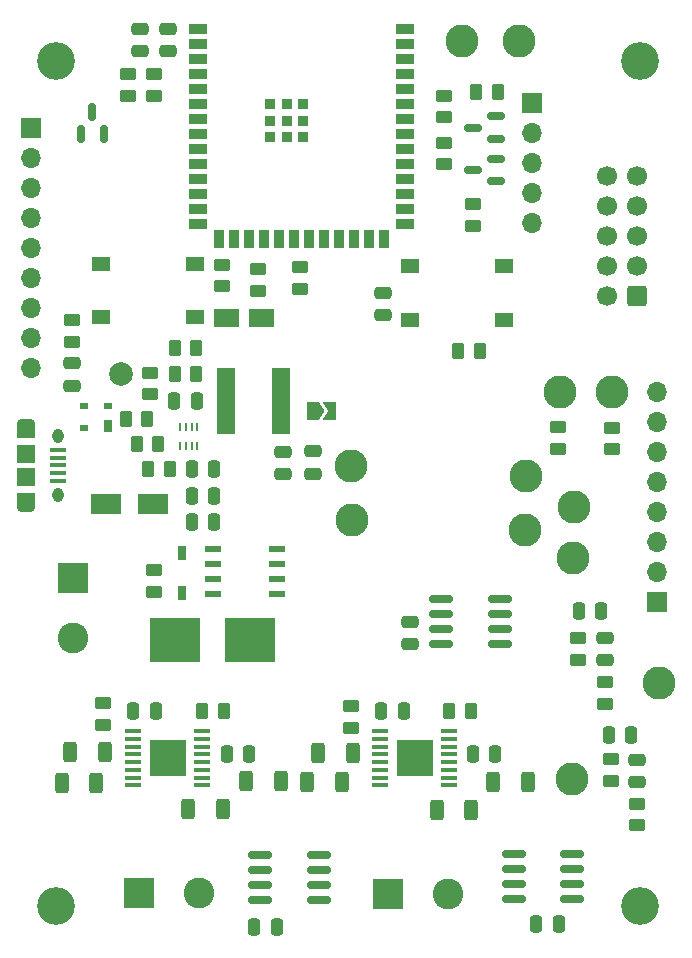
<source format=gts>
G04 #@! TF.GenerationSoftware,KiCad,Pcbnew,6.0.9-1.fc35*
G04 #@! TF.CreationDate,2023-07-15T13:58:04-04:00*
G04 #@! TF.ProjectId,esp32_example,65737033-325f-4657-9861-6d706c652e6b,rev?*
G04 #@! TF.SameCoordinates,Original*
G04 #@! TF.FileFunction,Soldermask,Top*
G04 #@! TF.FilePolarity,Negative*
%FSLAX46Y46*%
G04 Gerber Fmt 4.6, Leading zero omitted, Abs format (unit mm)*
G04 Created by KiCad (PCBNEW 6.0.9-1.fc35) date 2023-07-15 13:58:04*
%MOMM*%
%LPD*%
G01*
G04 APERTURE LIST*
G04 Aperture macros list*
%AMRoundRect*
0 Rectangle with rounded corners*
0 $1 Rounding radius*
0 $2 $3 $4 $5 $6 $7 $8 $9 X,Y pos of 4 corners*
0 Add a 4 corners polygon primitive as box body*
4,1,4,$2,$3,$4,$5,$6,$7,$8,$9,$2,$3,0*
0 Add four circle primitives for the rounded corners*
1,1,$1+$1,$2,$3*
1,1,$1+$1,$4,$5*
1,1,$1+$1,$6,$7*
1,1,$1+$1,$8,$9*
0 Add four rect primitives between the rounded corners*
20,1,$1+$1,$2,$3,$4,$5,0*
20,1,$1+$1,$4,$5,$6,$7,0*
20,1,$1+$1,$6,$7,$8,$9,0*
20,1,$1+$1,$8,$9,$2,$3,0*%
%AMFreePoly0*
4,1,6,1.000000,0.000000,0.500000,-0.750000,-0.500000,-0.750000,-0.500000,0.750000,0.500000,0.750000,1.000000,0.000000,1.000000,0.000000,$1*%
%AMFreePoly1*
4,1,6,0.500000,-0.750000,-0.650000,-0.750000,-0.150000,0.000000,-0.650000,0.750000,0.500000,0.750000,0.500000,-0.750000,0.500000,-0.750000,$1*%
G04 Aperture macros list end*
%ADD10RoundRect,0.150000X-0.825000X-0.150000X0.825000X-0.150000X0.825000X0.150000X-0.825000X0.150000X0*%
%ADD11RoundRect,0.250000X-0.250000X-0.475000X0.250000X-0.475000X0.250000X0.475000X-0.250000X0.475000X0*%
%ADD12RoundRect,0.250000X0.262500X0.450000X-0.262500X0.450000X-0.262500X-0.450000X0.262500X-0.450000X0*%
%ADD13R,2.500000X1.800000*%
%ADD14C,2.800000*%
%ADD15RoundRect,0.150000X0.150000X-0.587500X0.150000X0.587500X-0.150000X0.587500X-0.150000X-0.587500X0*%
%ADD16RoundRect,0.250000X0.450000X-0.262500X0.450000X0.262500X-0.450000X0.262500X-0.450000X-0.262500X0*%
%ADD17RoundRect,0.250000X-0.475000X0.250000X-0.475000X-0.250000X0.475000X-0.250000X0.475000X0.250000X0*%
%ADD18RoundRect,0.250000X-0.262500X-0.450000X0.262500X-0.450000X0.262500X0.450000X-0.262500X0.450000X0*%
%ADD19RoundRect,0.250000X-0.450000X0.262500X-0.450000X-0.262500X0.450000X-0.262500X0.450000X0.262500X0*%
%ADD20R,1.700000X1.700000*%
%ADD21O,1.700000X1.700000*%
%ADD22RoundRect,0.250000X0.250000X0.475000X-0.250000X0.475000X-0.250000X-0.475000X0.250000X-0.475000X0*%
%ADD23C,2.000000*%
%ADD24R,0.762000X1.219200*%
%ADD25R,1.498600X0.889000*%
%ADD26R,0.889000X1.498600*%
%ADD27R,0.889000X0.889000*%
%ADD28RoundRect,0.250000X0.312500X0.625000X-0.312500X0.625000X-0.312500X-0.625000X0.312500X-0.625000X0*%
%ADD29FreePoly0,0.000000*%
%ADD30FreePoly1,0.000000*%
%ADD31RoundRect,0.250000X-0.312500X-0.625000X0.312500X-0.625000X0.312500X0.625000X-0.312500X0.625000X0*%
%ADD32RoundRect,0.250000X0.475000X-0.250000X0.475000X0.250000X-0.475000X0.250000X-0.475000X-0.250000X0*%
%ADD33R,1.460500X0.558800*%
%ADD34R,1.358900X0.355600*%
%ADD35R,3.098800X3.098800*%
%ADD36R,1.500000X1.500000*%
%ADD37FreePoly0,180.000000*%
%ADD38R,0.700000X1.000000*%
%ADD39R,0.700000X0.600000*%
%ADD40R,0.228600X0.711200*%
%ADD41RoundRect,0.150000X0.587500X0.150000X-0.587500X0.150000X-0.587500X-0.150000X0.587500X-0.150000X0*%
%ADD42C,3.200000*%
%ADD43R,2.600000X2.600000*%
%ADD44C,2.600000*%
%ADD45R,1.350000X0.400000*%
%ADD46O,0.950000X1.250000*%
%ADD47O,1.550000X0.890000*%
%ADD48R,1.550000X1.500000*%
%ADD49R,1.550000X1.200000*%
%ADD50R,1.600000X5.700000*%
%ADD51R,1.550000X1.300000*%
%ADD52RoundRect,0.150000X0.825000X0.150000X-0.825000X0.150000X-0.825000X-0.150000X0.825000X-0.150000X0*%
%ADD53RoundRect,0.250000X0.600000X0.600000X-0.600000X0.600000X-0.600000X-0.600000X0.600000X-0.600000X0*%
%ADD54C,1.700000*%
%ADD55R,4.240000X3.810000*%
G04 APERTURE END LIST*
D10*
X160275000Y-158095000D03*
X160275000Y-159365000D03*
X160275000Y-160635000D03*
X160275000Y-161905000D03*
X165225000Y-161905000D03*
X165225000Y-160635000D03*
X165225000Y-159365000D03*
X165225000Y-158095000D03*
D11*
X133000000Y-130000000D03*
X134900000Y-130000000D03*
D12*
X157412500Y-115500000D03*
X155587500Y-115500000D03*
D13*
X129750000Y-128500000D03*
X125750000Y-128500000D03*
D11*
X156800000Y-149650000D03*
X158700000Y-149650000D03*
D14*
X161300000Y-126100000D03*
D15*
X123650000Y-97137500D03*
X125550000Y-97137500D03*
X124600000Y-95262500D03*
D16*
X146500000Y-147412500D03*
X146500000Y-145587500D03*
D12*
X158912500Y-93600000D03*
X157087500Y-93600000D03*
D16*
X154400000Y-95712500D03*
X154400000Y-93887500D03*
D11*
X149050000Y-146000000D03*
X150950000Y-146000000D03*
D17*
X149200000Y-110575000D03*
X149200000Y-112475000D03*
D18*
X131587500Y-117500000D03*
X133412500Y-117500000D03*
D14*
X160730000Y-89290000D03*
D12*
X131162500Y-125500000D03*
X129337500Y-125500000D03*
D16*
X168620000Y-123822500D03*
X168620000Y-121997500D03*
D19*
X156800000Y-103087500D03*
X156800000Y-104912500D03*
D11*
X133000000Y-127750000D03*
X134900000Y-127750000D03*
D20*
X119400000Y-96600000D03*
D21*
X119400000Y-99140000D03*
X119400000Y-101680000D03*
X119400000Y-104220000D03*
X119400000Y-106760000D03*
X119400000Y-109300000D03*
X119400000Y-111840000D03*
X119400000Y-114380000D03*
X119400000Y-116920000D03*
D22*
X164100000Y-164000000D03*
X162200000Y-164000000D03*
D16*
X165740000Y-141652500D03*
X165740000Y-139827500D03*
D23*
X127000000Y-117450000D03*
D11*
X168300000Y-148000000D03*
X170200000Y-148000000D03*
X128050000Y-146000000D03*
X129950000Y-146000000D03*
D16*
X127600000Y-93912500D03*
X127600000Y-92087500D03*
D10*
X138800000Y-158210000D03*
X138800000Y-159480000D03*
X138800000Y-160750000D03*
X138800000Y-162020000D03*
X143750000Y-162020000D03*
X143750000Y-160750000D03*
X143750000Y-159480000D03*
X143750000Y-158210000D03*
D14*
X168555000Y-118995000D03*
D24*
X132200000Y-132623600D03*
X132200000Y-135976400D03*
D25*
X133550000Y-88290000D03*
X133550000Y-89560000D03*
X133550000Y-90830000D03*
X133550000Y-92100000D03*
X133550000Y-93370000D03*
X133550000Y-94640000D03*
X133550000Y-95910000D03*
X133550000Y-97180000D03*
X133550000Y-98450000D03*
X133550000Y-99720000D03*
X133550000Y-100990000D03*
X133550000Y-102260000D03*
X133550000Y-103530000D03*
X133550000Y-104800000D03*
D26*
X135315000Y-106050000D03*
X136585000Y-106050000D03*
X137855000Y-106050000D03*
X139125000Y-106050000D03*
X140395000Y-106050000D03*
X141665000Y-106050000D03*
X142935000Y-106050000D03*
X144205000Y-106050000D03*
X145475000Y-106050000D03*
X146745000Y-106050000D03*
X148015000Y-106050000D03*
X149285000Y-106050000D03*
D25*
X151050000Y-104800000D03*
X151050000Y-103530000D03*
X151050000Y-102260000D03*
X151050000Y-100990000D03*
X151050000Y-99720000D03*
X151050000Y-98450000D03*
X151050000Y-97180000D03*
X151050000Y-95910000D03*
X151050000Y-94640000D03*
X151050000Y-93370000D03*
X151050000Y-92100000D03*
X151050000Y-90830000D03*
X151050000Y-89560000D03*
X151050000Y-88290000D03*
D27*
X141050000Y-96010000D03*
X141050000Y-94610000D03*
X139650000Y-94610000D03*
X139650000Y-96010000D03*
X139650000Y-97410000D03*
X141050000Y-97410000D03*
X142450000Y-97410000D03*
X142450000Y-96010000D03*
X142450000Y-94610000D03*
D28*
X125651372Y-149450000D03*
X122726372Y-149450000D03*
D19*
X129800000Y-92087500D03*
X129800000Y-93912500D03*
D29*
X143250000Y-120600000D03*
D30*
X144700000Y-120600000D03*
D11*
X133000000Y-125500000D03*
X134900000Y-125500000D03*
D14*
X172550000Y-143600000D03*
D31*
X137637500Y-151950000D03*
X140562500Y-151950000D03*
D20*
X161800000Y-94525000D03*
D21*
X161800000Y-97065000D03*
X161800000Y-99605000D03*
X161800000Y-102145000D03*
X161800000Y-104685000D03*
D32*
X151515000Y-140355000D03*
X151515000Y-138455000D03*
D33*
X134775850Y-132295000D03*
X134775850Y-133565000D03*
X134775850Y-134835000D03*
X134775850Y-136105000D03*
X140224150Y-136105000D03*
X140224150Y-134835000D03*
X140224150Y-133565000D03*
X140224150Y-132295000D03*
D31*
X132737500Y-154300000D03*
X135662500Y-154300000D03*
D28*
X146650000Y-149550000D03*
X143725000Y-149550000D03*
D31*
X158537500Y-152000000D03*
X161462500Y-152000000D03*
D32*
X167990000Y-141690000D03*
X167990000Y-139790000D03*
D12*
X133412500Y-115250000D03*
X131587500Y-115250000D03*
D22*
X140200000Y-164250000D03*
X138300000Y-164250000D03*
D16*
X164055000Y-123807500D03*
X164055000Y-121982500D03*
D34*
X133916250Y-152274999D03*
X133916250Y-151625001D03*
X133916250Y-150974999D03*
X133916250Y-150325001D03*
X133916250Y-149675002D03*
X133916250Y-149025001D03*
X133916250Y-148375002D03*
X133916250Y-147725001D03*
X128061550Y-147725001D03*
X128061550Y-148374999D03*
X128061550Y-149025001D03*
X128061550Y-149674999D03*
X128061550Y-150324998D03*
X128061550Y-150974999D03*
X128061550Y-151624998D03*
X128061550Y-152274999D03*
D35*
X130988900Y-150000000D03*
D32*
X131000000Y-90150000D03*
X131000000Y-88250000D03*
D11*
X165790000Y-137490000D03*
X167690000Y-137490000D03*
D36*
X138630000Y-112740000D03*
X136230000Y-112740000D03*
D29*
X135430000Y-112740000D03*
D37*
X139430000Y-112740000D03*
D38*
X125900000Y-121850000D03*
D39*
X125900000Y-120150000D03*
X123900000Y-120150000D03*
X123900000Y-122050000D03*
D14*
X146530000Y-125240000D03*
D40*
X131999811Y-123550100D03*
X132499937Y-123550100D03*
X133000063Y-123550100D03*
X133500189Y-123550100D03*
X133500189Y-121949900D03*
X133000063Y-121949900D03*
X132499937Y-121949900D03*
X131999811Y-121949900D03*
D16*
X154400000Y-99712500D03*
X154400000Y-97887500D03*
D41*
X158737500Y-101150000D03*
X158737500Y-99250000D03*
X156862500Y-100200000D03*
D42*
X121500000Y-162500000D03*
D14*
X155920000Y-89270000D03*
D11*
X131550000Y-119750000D03*
X133450000Y-119750000D03*
D19*
X129500000Y-117337500D03*
X129500000Y-119162500D03*
D43*
X128555000Y-161405000D03*
D44*
X133635000Y-161405000D03*
D20*
X172440000Y-136785000D03*
D21*
X172440000Y-134245000D03*
X172440000Y-131705000D03*
X172440000Y-129165000D03*
X172440000Y-126625000D03*
X172440000Y-124085000D03*
X172440000Y-121545000D03*
X172440000Y-119005000D03*
D45*
X121650000Y-123900000D03*
X121650000Y-124550000D03*
X121650000Y-125200000D03*
X121650000Y-125850000D03*
X121650000Y-126500000D03*
D46*
X121650000Y-122700000D03*
X121650000Y-127700000D03*
D47*
X118950000Y-128700000D03*
X118950000Y-121700000D03*
D48*
X118950000Y-124200000D03*
D49*
X118950000Y-128100000D03*
D48*
X118950000Y-126200000D03*
D49*
X118950000Y-122300000D03*
D50*
X135900000Y-119750000D03*
X140600000Y-119750000D03*
D31*
X153737500Y-154400000D03*
X156662500Y-154400000D03*
D16*
X170750000Y-155662500D03*
X170750000Y-153837500D03*
D17*
X122900000Y-116550000D03*
X122900000Y-118450000D03*
D14*
X165400000Y-128700000D03*
D19*
X142200000Y-108407500D03*
X142200000Y-110232500D03*
D34*
X154834150Y-152274999D03*
X154834150Y-151625001D03*
X154834150Y-150974999D03*
X154834150Y-150325001D03*
X154834150Y-149675002D03*
X154834150Y-149025001D03*
X154834150Y-148375002D03*
X154834150Y-147725001D03*
X148979450Y-147725001D03*
X148979450Y-148374999D03*
X148979450Y-149025001D03*
X148979450Y-149674999D03*
X148979450Y-150324998D03*
X148979450Y-150974999D03*
X148979450Y-151624998D03*
X148979450Y-152274999D03*
D35*
X151906800Y-150000000D03*
D16*
X129800000Y-135912500D03*
X129800000Y-134087500D03*
D28*
X145700000Y-152000000D03*
X142775000Y-152000000D03*
D51*
X151525000Y-112850000D03*
X159475000Y-112850000D03*
X151525000Y-108350000D03*
X159475000Y-108350000D03*
D42*
X171000000Y-162500000D03*
D32*
X128600000Y-90150000D03*
X128600000Y-88250000D03*
D28*
X124912500Y-152050000D03*
X121987500Y-152050000D03*
D16*
X122900000Y-114712500D03*
X122900000Y-112887500D03*
D17*
X140750000Y-124050000D03*
X140750000Y-125950000D03*
D52*
X159090000Y-140310000D03*
X159090000Y-139040000D03*
X159090000Y-137770000D03*
X159090000Y-136500000D03*
X154140000Y-136500000D03*
X154140000Y-137770000D03*
X154140000Y-139040000D03*
X154140000Y-140310000D03*
D19*
X135600000Y-108207500D03*
X135600000Y-110032500D03*
D32*
X170750000Y-152000000D03*
X170750000Y-150100000D03*
D16*
X167990000Y-145402500D03*
X167990000Y-143577500D03*
D41*
X158737500Y-97550000D03*
X158737500Y-95650000D03*
X156862500Y-96600000D03*
D42*
X171000000Y-91000000D03*
D53*
X170730000Y-110850000D03*
D54*
X168190000Y-110850000D03*
X170730000Y-108310000D03*
X168190000Y-108310000D03*
X170730000Y-105770000D03*
X168190000Y-105770000D03*
X170730000Y-103230000D03*
X168190000Y-103230000D03*
X170730000Y-100690000D03*
X168190000Y-100690000D03*
D14*
X161200000Y-130700000D03*
X146620000Y-129810000D03*
D11*
X136000000Y-149650000D03*
X137900000Y-149650000D03*
D43*
X149661800Y-161455000D03*
D44*
X154741800Y-161455000D03*
D16*
X168500000Y-151912500D03*
X168500000Y-150087500D03*
D19*
X138600000Y-108587500D03*
X138600000Y-110412500D03*
D12*
X135737500Y-146000000D03*
X133912500Y-146000000D03*
D43*
X123000000Y-134750000D03*
D44*
X123000000Y-139830000D03*
D12*
X130187500Y-123400000D03*
X128362500Y-123400000D03*
D17*
X143250000Y-124000000D03*
X143250000Y-125900000D03*
D51*
X125325000Y-112650000D03*
X133275000Y-112650000D03*
X133275000Y-108150000D03*
X125325000Y-108150000D03*
D14*
X164155000Y-118995000D03*
D12*
X156662500Y-146000000D03*
X154837500Y-146000000D03*
D55*
X131565000Y-140000000D03*
X137935000Y-140000000D03*
D14*
X165300000Y-133000000D03*
X165200000Y-151750000D03*
D42*
X121500000Y-91000000D03*
D18*
X127412500Y-121300000D03*
X129237500Y-121300000D03*
D16*
X125500000Y-147162500D03*
X125500000Y-145337500D03*
M02*

</source>
